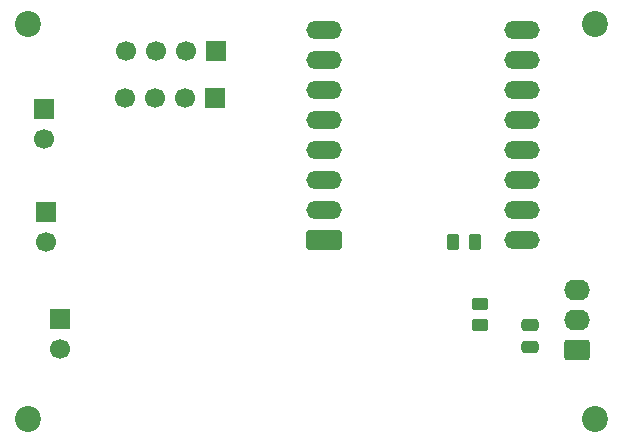
<source format=gbs>
%TF.GenerationSoftware,KiCad,Pcbnew,9.0.5*%
%TF.CreationDate,2025-11-19T14:43:04+01:00*%
%TF.ProjectId,caelum,6361656c-756d-42e6-9b69-6361645f7063,rev?*%
%TF.SameCoordinates,Original*%
%TF.FileFunction,Soldermask,Bot*%
%TF.FilePolarity,Negative*%
%FSLAX46Y46*%
G04 Gerber Fmt 4.6, Leading zero omitted, Abs format (unit mm)*
G04 Created by KiCad (PCBNEW 9.0.5) date 2025-11-19 14:43:04*
%MOMM*%
%LPD*%
G01*
G04 APERTURE LIST*
G04 Aperture macros list*
%AMRoundRect*
0 Rectangle with rounded corners*
0 $1 Rounding radius*
0 $2 $3 $4 $5 $6 $7 $8 $9 X,Y pos of 4 corners*
0 Add a 4 corners polygon primitive as box body*
4,1,4,$2,$3,$4,$5,$6,$7,$8,$9,$2,$3,0*
0 Add four circle primitives for the rounded corners*
1,1,$1+$1,$2,$3*
1,1,$1+$1,$4,$5*
1,1,$1+$1,$6,$7*
1,1,$1+$1,$8,$9*
0 Add four rect primitives between the rounded corners*
20,1,$1+$1,$2,$3,$4,$5,0*
20,1,$1+$1,$4,$5,$6,$7,0*
20,1,$1+$1,$6,$7,$8,$9,0*
20,1,$1+$1,$8,$9,$2,$3,0*%
G04 Aperture macros list end*
%ADD10O,3.000000X1.500000*%
%ADD11RoundRect,0.250000X1.250000X0.600000X-1.250000X0.600000X-1.250000X-0.600000X1.250000X-0.600000X0*%
%ADD12C,2.200000*%
%ADD13R,1.700000X1.700000*%
%ADD14C,1.700000*%
%ADD15RoundRect,0.250000X0.845000X-0.620000X0.845000X0.620000X-0.845000X0.620000X-0.845000X-0.620000X0*%
%ADD16O,2.190000X1.740000*%
%ADD17RoundRect,0.250000X-0.450000X0.262500X-0.450000X-0.262500X0.450000X-0.262500X0.450000X0.262500X0*%
%ADD18RoundRect,0.250000X-0.262500X-0.450000X0.262500X-0.450000X0.262500X0.450000X-0.262500X0.450000X0*%
%ADD19RoundRect,0.250000X-0.475000X0.250000X-0.475000X-0.250000X0.475000X-0.250000X0.475000X0.250000X0*%
G04 APERTURE END LIST*
D10*
%TO.C,U3*%
X101835605Y-47812499D03*
X101835605Y-45272499D03*
X101835605Y-42732499D03*
X101835605Y-40192499D03*
X101835605Y-37652499D03*
X101835605Y-35112499D03*
X101835605Y-32572499D03*
X101835605Y-30032499D03*
D11*
X85097363Y-47839822D03*
D10*
X85097363Y-45299822D03*
X85097363Y-42759822D03*
X85097363Y-40219822D03*
X85097363Y-37679822D03*
X85097363Y-35139822D03*
X85097363Y-32599822D03*
X85097363Y-30059822D03*
%TD*%
D12*
%TO.C,H4*%
X108000000Y-63000000D03*
%TD*%
%TO.C,H3*%
X108000000Y-29500000D03*
%TD*%
%TO.C,H2*%
X60000000Y-63000000D03*
%TD*%
%TO.C,H1*%
X60000000Y-29500000D03*
%TD*%
D13*
%TO.C,J6*%
X61500000Y-45460000D03*
D14*
X61500000Y-48000000D03*
%TD*%
D15*
%TO.C,J8*%
X106500000Y-57080000D03*
D16*
X106500000Y-54540000D03*
X106500000Y-52000000D03*
%TD*%
D13*
%TO.C,J3*%
X61400000Y-36725000D03*
D14*
X61400000Y-39265000D03*
%TD*%
D17*
%TO.C,1K\u03A9*%
X98300000Y-53200000D03*
X98300000Y-55025000D03*
%TD*%
D13*
%TO.C,J7*%
X75880000Y-35800000D03*
D14*
X73340000Y-35800000D03*
X70800000Y-35800000D03*
X68260000Y-35800000D03*
%TD*%
D13*
%TO.C,J4*%
X62750000Y-54460000D03*
D14*
X62750000Y-57000000D03*
%TD*%
D13*
%TO.C,J10*%
X75910000Y-31800000D03*
D14*
X73370000Y-31800000D03*
X70830000Y-31800000D03*
X68290000Y-31800000D03*
%TD*%
D18*
%TO.C,R3*%
X96000000Y-48000000D03*
X97825000Y-48000000D03*
%TD*%
D19*
%TO.C,0\u002C1\u00B5F*%
X102500000Y-55000000D03*
X102500000Y-56900000D03*
%TD*%
M02*

</source>
